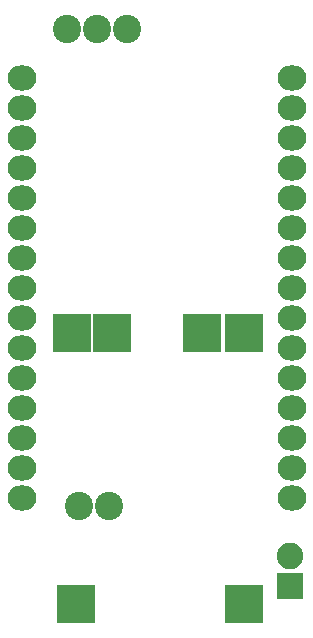
<source format=gbr>
G04 #@! TF.FileFunction,Soldermask,Bot*
%FSLAX46Y46*%
G04 Gerber Fmt 4.6, Leading zero omitted, Abs format (unit mm)*
G04 Created by KiCad (PCBNEW 4.0.4-stable) date 04/06/17 15:32:41*
%MOMM*%
%LPD*%
G01*
G04 APERTURE LIST*
%ADD10C,0.100000*%
%ADD11C,2.398980*%
%ADD12O,2.432000X2.127200*%
%ADD13R,2.250000X2.250000*%
%ADD14C,2.250000*%
%ADD15R,3.200000X3.200000*%
G04 APERTURE END LIST*
D10*
D11*
X135890000Y-137160000D03*
X134874000Y-96774000D03*
D12*
X153898600Y-100914200D03*
X153898600Y-103454200D03*
X153898600Y-105994200D03*
X153898600Y-108534200D03*
X153898600Y-111074200D03*
X153898600Y-113614200D03*
X153898600Y-116154200D03*
X153898600Y-118694200D03*
X153898600Y-121234200D03*
X153898600Y-123774200D03*
X153898600Y-126314200D03*
X153898600Y-128854200D03*
X153898600Y-131394200D03*
X153898600Y-133934200D03*
X153898600Y-136474200D03*
X131038600Y-100914200D03*
X131038600Y-131394200D03*
X131038600Y-133934200D03*
X131038600Y-128854200D03*
X131038600Y-113614200D03*
X131038600Y-111074200D03*
X131038600Y-116154200D03*
X131038600Y-136474200D03*
X131038600Y-121234200D03*
X131038600Y-118694200D03*
X131038600Y-123774200D03*
X131038600Y-126314200D03*
X131038600Y-105994200D03*
X131038600Y-108534200D03*
X131038600Y-103454200D03*
D11*
X137414000Y-96774000D03*
X139954000Y-96774000D03*
X138430000Y-137160000D03*
D13*
X153771600Y-143941800D03*
D14*
X153771600Y-141441800D03*
D15*
X138711000Y-122567600D03*
X146311000Y-122567600D03*
X135311000Y-122567600D03*
X149811000Y-122567600D03*
X135611000Y-145467600D03*
X149811000Y-145467600D03*
M02*

</source>
